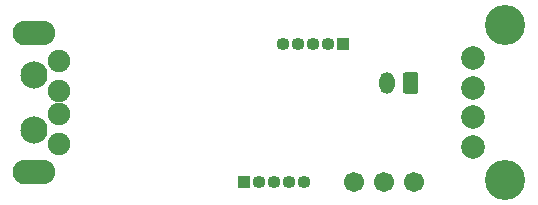
<source format=gbs>
G04 #@! TF.GenerationSoftware,KiCad,Pcbnew,(5.1.2)-1*
G04 #@! TF.CreationDate,2019-07-15T17:46:34-04:00*
G04 #@! TF.ProjectId,Charger Prototype,43686172-6765-4722-9050-726f746f7479,v1.0*
G04 #@! TF.SameCoordinates,Original*
G04 #@! TF.FileFunction,Soldermask,Bot*
G04 #@! TF.FilePolarity,Negative*
%FSLAX46Y46*%
G04 Gerber Fmt 4.6, Leading zero omitted, Abs format (unit mm)*
G04 Created by KiCad (PCBNEW (5.1.2)-1) date 2019-07-15 17:46:34*
%MOMM*%
%LPD*%
G04 APERTURE LIST*
%ADD10O,1.101600X1.101600*%
%ADD11R,1.101600X1.101600*%
%ADD12C,1.901600*%
%ADD13C,2.301600*%
%ADD14O,3.601600X2.101600*%
%ADD15O,1.301600X1.851600*%
%ADD16C,0.100000*%
%ADD17C,1.301600*%
%ADD18C,2.001600*%
%ADD19C,3.401600*%
%ADD20C,1.701600*%
G04 APERTURE END LIST*
D10*
X123952000Y-87757000D03*
X125222000Y-87757000D03*
X126492000Y-87757000D03*
X127762000Y-87757000D03*
D11*
X129032000Y-87757000D03*
D10*
X125730000Y-99441000D03*
X124460000Y-99441000D03*
X123190000Y-99441000D03*
X121920000Y-99441000D03*
D11*
X120650000Y-99441000D03*
D12*
X104970000Y-96210000D03*
X104970000Y-93710000D03*
X104970000Y-91710000D03*
X104970000Y-89210000D03*
D13*
X102870000Y-95010000D03*
X102870000Y-90410000D03*
D14*
X102870000Y-98560000D03*
X102870000Y-86860000D03*
D15*
X132747000Y-91059000D03*
D16*
G36*
X135153213Y-90134506D02*
G01*
X135179536Y-90138410D01*
X135205349Y-90144876D01*
X135230405Y-90153841D01*
X135254461Y-90165219D01*
X135277286Y-90178900D01*
X135298660Y-90194752D01*
X135318377Y-90212623D01*
X135336248Y-90232340D01*
X135352100Y-90253714D01*
X135365781Y-90276539D01*
X135377159Y-90300595D01*
X135386124Y-90325651D01*
X135392590Y-90351464D01*
X135396494Y-90377787D01*
X135397800Y-90404366D01*
X135397800Y-91713634D01*
X135396494Y-91740213D01*
X135392590Y-91766536D01*
X135386124Y-91792349D01*
X135377159Y-91817405D01*
X135365781Y-91841461D01*
X135352100Y-91864286D01*
X135336248Y-91885660D01*
X135318377Y-91905377D01*
X135298660Y-91923248D01*
X135277286Y-91939100D01*
X135254461Y-91952781D01*
X135230405Y-91964159D01*
X135205349Y-91973124D01*
X135179536Y-91979590D01*
X135153213Y-91983494D01*
X135126634Y-91984800D01*
X134367366Y-91984800D01*
X134340787Y-91983494D01*
X134314464Y-91979590D01*
X134288651Y-91973124D01*
X134263595Y-91964159D01*
X134239539Y-91952781D01*
X134216714Y-91939100D01*
X134195340Y-91923248D01*
X134175623Y-91905377D01*
X134157752Y-91885660D01*
X134141900Y-91864286D01*
X134128219Y-91841461D01*
X134116841Y-91817405D01*
X134107876Y-91792349D01*
X134101410Y-91766536D01*
X134097506Y-91740213D01*
X134096200Y-91713634D01*
X134096200Y-90404366D01*
X134097506Y-90377787D01*
X134101410Y-90351464D01*
X134107876Y-90325651D01*
X134116841Y-90300595D01*
X134128219Y-90276539D01*
X134141900Y-90253714D01*
X134157752Y-90232340D01*
X134175623Y-90212623D01*
X134195340Y-90194752D01*
X134216714Y-90178900D01*
X134239539Y-90165219D01*
X134263595Y-90153841D01*
X134288651Y-90144876D01*
X134314464Y-90138410D01*
X134340787Y-90134506D01*
X134367366Y-90133200D01*
X135126634Y-90133200D01*
X135153213Y-90134506D01*
X135153213Y-90134506D01*
G37*
D17*
X134747000Y-91059000D03*
D18*
X140038000Y-88960000D03*
X140048000Y-91460000D03*
X140023000Y-93960000D03*
X140038000Y-96460000D03*
D19*
X142748000Y-86140000D03*
X142748000Y-99280000D03*
D20*
X129921000Y-99441000D03*
X135001000Y-99441000D03*
X132461000Y-99441000D03*
M02*

</source>
